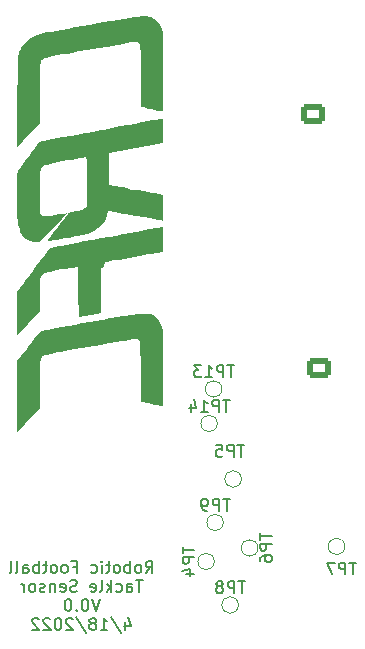
<source format=gbo>
%TF.GenerationSoftware,KiCad,Pcbnew,(6.0.1-0)*%
%TF.CreationDate,2022-10-07T23:17:41-05:00*%
%TF.ProjectId,tackle_sensor_hardware,7461636b-6c65-45f7-9365-6e736f725f68,rev?*%
%TF.SameCoordinates,Original*%
%TF.FileFunction,Legend,Bot*%
%TF.FilePolarity,Positive*%
%FSLAX46Y46*%
G04 Gerber Fmt 4.6, Leading zero omitted, Abs format (unit mm)*
G04 Created by KiCad (PCBNEW (6.0.1-0)) date 2022-10-07 23:17:41*
%MOMM*%
%LPD*%
G01*
G04 APERTURE LIST*
G04 Aperture macros list*
%AMRoundRect*
0 Rectangle with rounded corners*
0 $1 Rounding radius*
0 $2 $3 $4 $5 $6 $7 $8 $9 X,Y pos of 4 corners*
0 Add a 4 corners polygon primitive as box body*
4,1,4,$2,$3,$4,$5,$6,$7,$8,$9,$2,$3,0*
0 Add four circle primitives for the rounded corners*
1,1,$1+$1,$2,$3*
1,1,$1+$1,$4,$5*
1,1,$1+$1,$6,$7*
1,1,$1+$1,$8,$9*
0 Add four rect primitives between the rounded corners*
20,1,$1+$1,$2,$3,$4,$5,0*
20,1,$1+$1,$4,$5,$6,$7,0*
20,1,$1+$1,$6,$7,$8,$9,0*
20,1,$1+$1,$8,$9,$2,$3,0*%
G04 Aperture macros list end*
%ADD10C,0.150000*%
%ADD11C,0.300000*%
%ADD12C,0.120000*%
%ADD13RoundRect,0.250000X-0.725000X0.600000X-0.725000X-0.600000X0.725000X-0.600000X0.725000X0.600000X0*%
%ADD14O,1.950000X1.700000*%
%ADD15C,3.200000*%
%ADD16RoundRect,0.250000X0.750000X-0.600000X0.750000X0.600000X-0.750000X0.600000X-0.750000X-0.600000X0*%
%ADD17O,2.000000X1.700000*%
%ADD18C,1.000000*%
G04 APERTURE END LIST*
D10*
X147668571Y-120211380D02*
X148001904Y-119735190D01*
X148240000Y-120211380D02*
X148240000Y-119211380D01*
X147859047Y-119211380D01*
X147763809Y-119259000D01*
X147716190Y-119306619D01*
X147668571Y-119401857D01*
X147668571Y-119544714D01*
X147716190Y-119639952D01*
X147763809Y-119687571D01*
X147859047Y-119735190D01*
X148240000Y-119735190D01*
X147097142Y-120211380D02*
X147192380Y-120163761D01*
X147240000Y-120116142D01*
X147287619Y-120020904D01*
X147287619Y-119735190D01*
X147240000Y-119639952D01*
X147192380Y-119592333D01*
X147097142Y-119544714D01*
X146954285Y-119544714D01*
X146859047Y-119592333D01*
X146811428Y-119639952D01*
X146763809Y-119735190D01*
X146763809Y-120020904D01*
X146811428Y-120116142D01*
X146859047Y-120163761D01*
X146954285Y-120211380D01*
X147097142Y-120211380D01*
X146335238Y-120211380D02*
X146335238Y-119211380D01*
X146335238Y-119592333D02*
X146240000Y-119544714D01*
X146049523Y-119544714D01*
X145954285Y-119592333D01*
X145906666Y-119639952D01*
X145859047Y-119735190D01*
X145859047Y-120020904D01*
X145906666Y-120116142D01*
X145954285Y-120163761D01*
X146049523Y-120211380D01*
X146240000Y-120211380D01*
X146335238Y-120163761D01*
X145287619Y-120211380D02*
X145382857Y-120163761D01*
X145430476Y-120116142D01*
X145478095Y-120020904D01*
X145478095Y-119735190D01*
X145430476Y-119639952D01*
X145382857Y-119592333D01*
X145287619Y-119544714D01*
X145144761Y-119544714D01*
X145049523Y-119592333D01*
X145001904Y-119639952D01*
X144954285Y-119735190D01*
X144954285Y-120020904D01*
X145001904Y-120116142D01*
X145049523Y-120163761D01*
X145144761Y-120211380D01*
X145287619Y-120211380D01*
X144668571Y-119544714D02*
X144287619Y-119544714D01*
X144525714Y-119211380D02*
X144525714Y-120068523D01*
X144478095Y-120163761D01*
X144382857Y-120211380D01*
X144287619Y-120211380D01*
X143954285Y-120211380D02*
X143954285Y-119544714D01*
X143954285Y-119211380D02*
X144001904Y-119259000D01*
X143954285Y-119306619D01*
X143906666Y-119259000D01*
X143954285Y-119211380D01*
X143954285Y-119306619D01*
X143049523Y-120163761D02*
X143144761Y-120211380D01*
X143335238Y-120211380D01*
X143430476Y-120163761D01*
X143478095Y-120116142D01*
X143525714Y-120020904D01*
X143525714Y-119735190D01*
X143478095Y-119639952D01*
X143430476Y-119592333D01*
X143335238Y-119544714D01*
X143144761Y-119544714D01*
X143049523Y-119592333D01*
X141525714Y-119687571D02*
X141859047Y-119687571D01*
X141859047Y-120211380D02*
X141859047Y-119211380D01*
X141382857Y-119211380D01*
X140859047Y-120211380D02*
X140954285Y-120163761D01*
X141001904Y-120116142D01*
X141049523Y-120020904D01*
X141049523Y-119735190D01*
X141001904Y-119639952D01*
X140954285Y-119592333D01*
X140859047Y-119544714D01*
X140716190Y-119544714D01*
X140620952Y-119592333D01*
X140573333Y-119639952D01*
X140525714Y-119735190D01*
X140525714Y-120020904D01*
X140573333Y-120116142D01*
X140620952Y-120163761D01*
X140716190Y-120211380D01*
X140859047Y-120211380D01*
X139954285Y-120211380D02*
X140049523Y-120163761D01*
X140097142Y-120116142D01*
X140144761Y-120020904D01*
X140144761Y-119735190D01*
X140097142Y-119639952D01*
X140049523Y-119592333D01*
X139954285Y-119544714D01*
X139811428Y-119544714D01*
X139716190Y-119592333D01*
X139668571Y-119639952D01*
X139620952Y-119735190D01*
X139620952Y-120020904D01*
X139668571Y-120116142D01*
X139716190Y-120163761D01*
X139811428Y-120211380D01*
X139954285Y-120211380D01*
X139335238Y-119544714D02*
X138954285Y-119544714D01*
X139192380Y-119211380D02*
X139192380Y-120068523D01*
X139144761Y-120163761D01*
X139049523Y-120211380D01*
X138954285Y-120211380D01*
X138620952Y-120211380D02*
X138620952Y-119211380D01*
X138620952Y-119592333D02*
X138525714Y-119544714D01*
X138335238Y-119544714D01*
X138240000Y-119592333D01*
X138192380Y-119639952D01*
X138144761Y-119735190D01*
X138144761Y-120020904D01*
X138192380Y-120116142D01*
X138240000Y-120163761D01*
X138335238Y-120211380D01*
X138525714Y-120211380D01*
X138620952Y-120163761D01*
X137287619Y-120211380D02*
X137287619Y-119687571D01*
X137335238Y-119592333D01*
X137430476Y-119544714D01*
X137620952Y-119544714D01*
X137716190Y-119592333D01*
X137287619Y-120163761D02*
X137382857Y-120211380D01*
X137620952Y-120211380D01*
X137716190Y-120163761D01*
X137763809Y-120068523D01*
X137763809Y-119973285D01*
X137716190Y-119878047D01*
X137620952Y-119830428D01*
X137382857Y-119830428D01*
X137287619Y-119782809D01*
X136668571Y-120211380D02*
X136763809Y-120163761D01*
X136811428Y-120068523D01*
X136811428Y-119211380D01*
X136144761Y-120211380D02*
X136240000Y-120163761D01*
X136287619Y-120068523D01*
X136287619Y-119211380D01*
X147406666Y-120821380D02*
X146835238Y-120821380D01*
X147120952Y-121821380D02*
X147120952Y-120821380D01*
X146073333Y-121821380D02*
X146073333Y-121297571D01*
X146120952Y-121202333D01*
X146216190Y-121154714D01*
X146406666Y-121154714D01*
X146501904Y-121202333D01*
X146073333Y-121773761D02*
X146168571Y-121821380D01*
X146406666Y-121821380D01*
X146501904Y-121773761D01*
X146549523Y-121678523D01*
X146549523Y-121583285D01*
X146501904Y-121488047D01*
X146406666Y-121440428D01*
X146168571Y-121440428D01*
X146073333Y-121392809D01*
X145168571Y-121773761D02*
X145263809Y-121821380D01*
X145454285Y-121821380D01*
X145549523Y-121773761D01*
X145597142Y-121726142D01*
X145644761Y-121630904D01*
X145644761Y-121345190D01*
X145597142Y-121249952D01*
X145549523Y-121202333D01*
X145454285Y-121154714D01*
X145263809Y-121154714D01*
X145168571Y-121202333D01*
X144740000Y-121821380D02*
X144740000Y-120821380D01*
X144644761Y-121440428D02*
X144359047Y-121821380D01*
X144359047Y-121154714D02*
X144740000Y-121535666D01*
X143787619Y-121821380D02*
X143882857Y-121773761D01*
X143930476Y-121678523D01*
X143930476Y-120821380D01*
X143025714Y-121773761D02*
X143120952Y-121821380D01*
X143311428Y-121821380D01*
X143406666Y-121773761D01*
X143454285Y-121678523D01*
X143454285Y-121297571D01*
X143406666Y-121202333D01*
X143311428Y-121154714D01*
X143120952Y-121154714D01*
X143025714Y-121202333D01*
X142978095Y-121297571D01*
X142978095Y-121392809D01*
X143454285Y-121488047D01*
X141835238Y-121773761D02*
X141692380Y-121821380D01*
X141454285Y-121821380D01*
X141359047Y-121773761D01*
X141311428Y-121726142D01*
X141263809Y-121630904D01*
X141263809Y-121535666D01*
X141311428Y-121440428D01*
X141359047Y-121392809D01*
X141454285Y-121345190D01*
X141644761Y-121297571D01*
X141740000Y-121249952D01*
X141787619Y-121202333D01*
X141835238Y-121107095D01*
X141835238Y-121011857D01*
X141787619Y-120916619D01*
X141740000Y-120869000D01*
X141644761Y-120821380D01*
X141406666Y-120821380D01*
X141263809Y-120869000D01*
X140454285Y-121773761D02*
X140549523Y-121821380D01*
X140740000Y-121821380D01*
X140835238Y-121773761D01*
X140882857Y-121678523D01*
X140882857Y-121297571D01*
X140835238Y-121202333D01*
X140740000Y-121154714D01*
X140549523Y-121154714D01*
X140454285Y-121202333D01*
X140406666Y-121297571D01*
X140406666Y-121392809D01*
X140882857Y-121488047D01*
X139978095Y-121154714D02*
X139978095Y-121821380D01*
X139978095Y-121249952D02*
X139930476Y-121202333D01*
X139835238Y-121154714D01*
X139692380Y-121154714D01*
X139597142Y-121202333D01*
X139549523Y-121297571D01*
X139549523Y-121821380D01*
X139120952Y-121773761D02*
X139025714Y-121821380D01*
X138835238Y-121821380D01*
X138740000Y-121773761D01*
X138692380Y-121678523D01*
X138692380Y-121630904D01*
X138740000Y-121535666D01*
X138835238Y-121488047D01*
X138978095Y-121488047D01*
X139073333Y-121440428D01*
X139120952Y-121345190D01*
X139120952Y-121297571D01*
X139073333Y-121202333D01*
X138978095Y-121154714D01*
X138835238Y-121154714D01*
X138740000Y-121202333D01*
X138120952Y-121821380D02*
X138216190Y-121773761D01*
X138263809Y-121726142D01*
X138311428Y-121630904D01*
X138311428Y-121345190D01*
X138263809Y-121249952D01*
X138216190Y-121202333D01*
X138120952Y-121154714D01*
X137978095Y-121154714D01*
X137882857Y-121202333D01*
X137835238Y-121249952D01*
X137787619Y-121345190D01*
X137787619Y-121630904D01*
X137835238Y-121726142D01*
X137882857Y-121773761D01*
X137978095Y-121821380D01*
X138120952Y-121821380D01*
X137359047Y-121821380D02*
X137359047Y-121154714D01*
X137359047Y-121345190D02*
X137311428Y-121249952D01*
X137263809Y-121202333D01*
X137168571Y-121154714D01*
X137073333Y-121154714D01*
X143763809Y-122431380D02*
X143430476Y-123431380D01*
X143097142Y-122431380D01*
X142573333Y-122431380D02*
X142478095Y-122431380D01*
X142382857Y-122479000D01*
X142335238Y-122526619D01*
X142287619Y-122621857D01*
X142240000Y-122812333D01*
X142240000Y-123050428D01*
X142287619Y-123240904D01*
X142335238Y-123336142D01*
X142382857Y-123383761D01*
X142478095Y-123431380D01*
X142573333Y-123431380D01*
X142668571Y-123383761D01*
X142716190Y-123336142D01*
X142763809Y-123240904D01*
X142811428Y-123050428D01*
X142811428Y-122812333D01*
X142763809Y-122621857D01*
X142716190Y-122526619D01*
X142668571Y-122479000D01*
X142573333Y-122431380D01*
X141811428Y-123336142D02*
X141763809Y-123383761D01*
X141811428Y-123431380D01*
X141859047Y-123383761D01*
X141811428Y-123336142D01*
X141811428Y-123431380D01*
X141144761Y-122431380D02*
X141049523Y-122431380D01*
X140954285Y-122479000D01*
X140906666Y-122526619D01*
X140859047Y-122621857D01*
X140811428Y-122812333D01*
X140811428Y-123050428D01*
X140859047Y-123240904D01*
X140906666Y-123336142D01*
X140954285Y-123383761D01*
X141049523Y-123431380D01*
X141144761Y-123431380D01*
X141240000Y-123383761D01*
X141287619Y-123336142D01*
X141335238Y-123240904D01*
X141382857Y-123050428D01*
X141382857Y-122812333D01*
X141335238Y-122621857D01*
X141287619Y-122526619D01*
X141240000Y-122479000D01*
X141144761Y-122431380D01*
X145954285Y-124374714D02*
X145954285Y-125041380D01*
X146192380Y-123993761D02*
X146430476Y-124708047D01*
X145811428Y-124708047D01*
X144716190Y-123993761D02*
X145573333Y-125279476D01*
X143859047Y-125041380D02*
X144430476Y-125041380D01*
X144144761Y-125041380D02*
X144144761Y-124041380D01*
X144240000Y-124184238D01*
X144335238Y-124279476D01*
X144430476Y-124327095D01*
X143287619Y-124469952D02*
X143382857Y-124422333D01*
X143430476Y-124374714D01*
X143478095Y-124279476D01*
X143478095Y-124231857D01*
X143430476Y-124136619D01*
X143382857Y-124089000D01*
X143287619Y-124041380D01*
X143097142Y-124041380D01*
X143001904Y-124089000D01*
X142954285Y-124136619D01*
X142906666Y-124231857D01*
X142906666Y-124279476D01*
X142954285Y-124374714D01*
X143001904Y-124422333D01*
X143097142Y-124469952D01*
X143287619Y-124469952D01*
X143382857Y-124517571D01*
X143430476Y-124565190D01*
X143478095Y-124660428D01*
X143478095Y-124850904D01*
X143430476Y-124946142D01*
X143382857Y-124993761D01*
X143287619Y-125041380D01*
X143097142Y-125041380D01*
X143001904Y-124993761D01*
X142954285Y-124946142D01*
X142906666Y-124850904D01*
X142906666Y-124660428D01*
X142954285Y-124565190D01*
X143001904Y-124517571D01*
X143097142Y-124469952D01*
X141763809Y-123993761D02*
X142620952Y-125279476D01*
X141478095Y-124136619D02*
X141430476Y-124089000D01*
X141335238Y-124041380D01*
X141097142Y-124041380D01*
X141001904Y-124089000D01*
X140954285Y-124136619D01*
X140906666Y-124231857D01*
X140906666Y-124327095D01*
X140954285Y-124469952D01*
X141525714Y-125041380D01*
X140906666Y-125041380D01*
X140287619Y-124041380D02*
X140192380Y-124041380D01*
X140097142Y-124089000D01*
X140049523Y-124136619D01*
X140001904Y-124231857D01*
X139954285Y-124422333D01*
X139954285Y-124660428D01*
X140001904Y-124850904D01*
X140049523Y-124946142D01*
X140097142Y-124993761D01*
X140192380Y-125041380D01*
X140287619Y-125041380D01*
X140382857Y-124993761D01*
X140430476Y-124946142D01*
X140478095Y-124850904D01*
X140525714Y-124660428D01*
X140525714Y-124422333D01*
X140478095Y-124231857D01*
X140430476Y-124136619D01*
X140382857Y-124089000D01*
X140287619Y-124041380D01*
X139573333Y-124136619D02*
X139525714Y-124089000D01*
X139430476Y-124041380D01*
X139192380Y-124041380D01*
X139097142Y-124089000D01*
X139049523Y-124136619D01*
X139001904Y-124231857D01*
X139001904Y-124327095D01*
X139049523Y-124469952D01*
X139620952Y-125041380D01*
X139001904Y-125041380D01*
X138620952Y-124136619D02*
X138573333Y-124089000D01*
X138478095Y-124041380D01*
X138240000Y-124041380D01*
X138144761Y-124089000D01*
X138097142Y-124136619D01*
X138049523Y-124231857D01*
X138049523Y-124327095D01*
X138097142Y-124469952D01*
X138668571Y-125041380D01*
X138049523Y-125041380D01*
D11*
%TO.C,G\u002A\u002A\u002A*%
X142621000Y-94161428D02*
X142548428Y-94016285D01*
X142548428Y-93798571D01*
X142621000Y-93580857D01*
X142766142Y-93435714D01*
X142911285Y-93363142D01*
X143201571Y-93290571D01*
X143419285Y-93290571D01*
X143709571Y-93363142D01*
X143854714Y-93435714D01*
X143999857Y-93580857D01*
X144072428Y-93798571D01*
X144072428Y-93943714D01*
X143999857Y-94161428D01*
X143927285Y-94234000D01*
X143419285Y-94234000D01*
X143419285Y-93943714D01*
X142548428Y-95104857D02*
X142911285Y-95104857D01*
X142766142Y-94742000D02*
X142911285Y-95104857D01*
X142766142Y-95467714D01*
X143201571Y-94887142D02*
X142911285Y-95104857D01*
X143201571Y-95322571D01*
X142548428Y-96266000D02*
X142911285Y-96266000D01*
X142766142Y-95903142D02*
X142911285Y-96266000D01*
X142766142Y-96628857D01*
X143201571Y-96048285D02*
X142911285Y-96266000D01*
X143201571Y-96483714D01*
X142548428Y-97427142D02*
X142911285Y-97427142D01*
X142766142Y-97064285D02*
X142911285Y-97427142D01*
X142766142Y-97790000D01*
X143201571Y-97209428D02*
X142911285Y-97427142D01*
X143201571Y-97644857D01*
D10*
%TO.C,TP7*%
X165472904Y-119340380D02*
X164901476Y-119340380D01*
X165187190Y-120340380D02*
X165187190Y-119340380D01*
X164568142Y-120340380D02*
X164568142Y-119340380D01*
X164187190Y-119340380D01*
X164091952Y-119388000D01*
X164044333Y-119435619D01*
X163996714Y-119530857D01*
X163996714Y-119673714D01*
X164044333Y-119768952D01*
X164091952Y-119816571D01*
X164187190Y-119864190D01*
X164568142Y-119864190D01*
X163663380Y-119340380D02*
X162996714Y-119340380D01*
X163425285Y-120340380D01*
D11*
%TO.C,G\u002A\u002A\u002A*%
X142621000Y-94161428D02*
X142548428Y-94016285D01*
X142548428Y-93798571D01*
X142621000Y-93580857D01*
X142766142Y-93435714D01*
X142911285Y-93363142D01*
X143201571Y-93290571D01*
X143419285Y-93290571D01*
X143709571Y-93363142D01*
X143854714Y-93435714D01*
X143999857Y-93580857D01*
X144072428Y-93798571D01*
X144072428Y-93943714D01*
X143999857Y-94161428D01*
X143927285Y-94234000D01*
X143419285Y-94234000D01*
X143419285Y-93943714D01*
X142548428Y-95104857D02*
X142911285Y-95104857D01*
X142766142Y-94742000D02*
X142911285Y-95104857D01*
X142766142Y-95467714D01*
X143201571Y-94887142D02*
X142911285Y-95104857D01*
X143201571Y-95322571D01*
X142548428Y-96266000D02*
X142911285Y-96266000D01*
X142766142Y-95903142D02*
X142911285Y-96266000D01*
X142766142Y-96628857D01*
X143201571Y-96048285D02*
X142911285Y-96266000D01*
X143201571Y-96483714D01*
X142548428Y-97427142D02*
X142911285Y-97427142D01*
X142766142Y-97064285D02*
X142911285Y-97427142D01*
X142766142Y-97790000D01*
X143201571Y-97209428D02*
X142911285Y-97427142D01*
X143201571Y-97644857D01*
D10*
%TO.C,TP5*%
X156007404Y-109378380D02*
X155435976Y-109378380D01*
X155721690Y-110378380D02*
X155721690Y-109378380D01*
X155102642Y-110378380D02*
X155102642Y-109378380D01*
X154721690Y-109378380D01*
X154626452Y-109426000D01*
X154578833Y-109473619D01*
X154531214Y-109568857D01*
X154531214Y-109711714D01*
X154578833Y-109806952D01*
X154626452Y-109854571D01*
X154721690Y-109902190D01*
X155102642Y-109902190D01*
X153626452Y-109378380D02*
X154102642Y-109378380D01*
X154150261Y-109854571D01*
X154102642Y-109806952D01*
X154007404Y-109759333D01*
X153769309Y-109759333D01*
X153674071Y-109806952D01*
X153626452Y-109854571D01*
X153578833Y-109949809D01*
X153578833Y-110187904D01*
X153626452Y-110283142D01*
X153674071Y-110330761D01*
X153769309Y-110378380D01*
X154007404Y-110378380D01*
X154102642Y-110330761D01*
X154150261Y-110283142D01*
%TO.C,TP13*%
X155154095Y-102652380D02*
X154582666Y-102652380D01*
X154868380Y-103652380D02*
X154868380Y-102652380D01*
X154249333Y-103652380D02*
X154249333Y-102652380D01*
X153868380Y-102652380D01*
X153773142Y-102700000D01*
X153725523Y-102747619D01*
X153677904Y-102842857D01*
X153677904Y-102985714D01*
X153725523Y-103080952D01*
X153773142Y-103128571D01*
X153868380Y-103176190D01*
X154249333Y-103176190D01*
X152725523Y-103652380D02*
X153296952Y-103652380D01*
X153011238Y-103652380D02*
X153011238Y-102652380D01*
X153106476Y-102795238D01*
X153201714Y-102890476D01*
X153296952Y-102938095D01*
X152392190Y-102652380D02*
X151773142Y-102652380D01*
X152106476Y-103033333D01*
X151963619Y-103033333D01*
X151868380Y-103080952D01*
X151820761Y-103128571D01*
X151773142Y-103223809D01*
X151773142Y-103461904D01*
X151820761Y-103557142D01*
X151868380Y-103604761D01*
X151963619Y-103652380D01*
X152249333Y-103652380D01*
X152344571Y-103604761D01*
X152392190Y-103557142D01*
%TO.C,TP8*%
X156074904Y-120940380D02*
X155503476Y-120940380D01*
X155789190Y-121940380D02*
X155789190Y-120940380D01*
X155170142Y-121940380D02*
X155170142Y-120940380D01*
X154789190Y-120940380D01*
X154693952Y-120988000D01*
X154646333Y-121035619D01*
X154598714Y-121130857D01*
X154598714Y-121273714D01*
X154646333Y-121368952D01*
X154693952Y-121416571D01*
X154789190Y-121464190D01*
X155170142Y-121464190D01*
X154027285Y-121368952D02*
X154122523Y-121321333D01*
X154170142Y-121273714D01*
X154217761Y-121178476D01*
X154217761Y-121130857D01*
X154170142Y-121035619D01*
X154122523Y-120988000D01*
X154027285Y-120940380D01*
X153836809Y-120940380D01*
X153741571Y-120988000D01*
X153693952Y-121035619D01*
X153646333Y-121130857D01*
X153646333Y-121178476D01*
X153693952Y-121273714D01*
X153741571Y-121321333D01*
X153836809Y-121368952D01*
X154027285Y-121368952D01*
X154122523Y-121416571D01*
X154170142Y-121464190D01*
X154217761Y-121559428D01*
X154217761Y-121749904D01*
X154170142Y-121845142D01*
X154122523Y-121892761D01*
X154027285Y-121940380D01*
X153836809Y-121940380D01*
X153741571Y-121892761D01*
X153693952Y-121845142D01*
X153646333Y-121749904D01*
X153646333Y-121559428D01*
X153693952Y-121464190D01*
X153741571Y-121416571D01*
X153836809Y-121368952D01*
%TO.C,TP6*%
X157364380Y-116848095D02*
X157364380Y-117419523D01*
X158364380Y-117133809D02*
X157364380Y-117133809D01*
X158364380Y-117752857D02*
X157364380Y-117752857D01*
X157364380Y-118133809D01*
X157412000Y-118229047D01*
X157459619Y-118276666D01*
X157554857Y-118324285D01*
X157697714Y-118324285D01*
X157792952Y-118276666D01*
X157840571Y-118229047D01*
X157888190Y-118133809D01*
X157888190Y-117752857D01*
X157364380Y-119181428D02*
X157364380Y-118990952D01*
X157412000Y-118895714D01*
X157459619Y-118848095D01*
X157602476Y-118752857D01*
X157792952Y-118705238D01*
X158173904Y-118705238D01*
X158269142Y-118752857D01*
X158316761Y-118800476D01*
X158364380Y-118895714D01*
X158364380Y-119086190D01*
X158316761Y-119181428D01*
X158269142Y-119229047D01*
X158173904Y-119276666D01*
X157935809Y-119276666D01*
X157840571Y-119229047D01*
X157792952Y-119181428D01*
X157745333Y-119086190D01*
X157745333Y-118895714D01*
X157792952Y-118800476D01*
X157840571Y-118752857D01*
X157935809Y-118705238D01*
%TO.C,TP14*%
X154773095Y-105573380D02*
X154201666Y-105573380D01*
X154487380Y-106573380D02*
X154487380Y-105573380D01*
X153868333Y-106573380D02*
X153868333Y-105573380D01*
X153487380Y-105573380D01*
X153392142Y-105621000D01*
X153344523Y-105668619D01*
X153296904Y-105763857D01*
X153296904Y-105906714D01*
X153344523Y-106001952D01*
X153392142Y-106049571D01*
X153487380Y-106097190D01*
X153868333Y-106097190D01*
X152344523Y-106573380D02*
X152915952Y-106573380D01*
X152630238Y-106573380D02*
X152630238Y-105573380D01*
X152725476Y-105716238D01*
X152820714Y-105811476D01*
X152915952Y-105859095D01*
X151487380Y-105906714D02*
X151487380Y-106573380D01*
X151725476Y-105525761D02*
X151963571Y-106240047D01*
X151344523Y-106240047D01*
%TO.C,TP4*%
X150785380Y-117991095D02*
X150785380Y-118562523D01*
X151785380Y-118276809D02*
X150785380Y-118276809D01*
X151785380Y-118895857D02*
X150785380Y-118895857D01*
X150785380Y-119276809D01*
X150833000Y-119372047D01*
X150880619Y-119419666D01*
X150975857Y-119467285D01*
X151118714Y-119467285D01*
X151213952Y-119419666D01*
X151261571Y-119372047D01*
X151309190Y-119276809D01*
X151309190Y-118895857D01*
X151118714Y-120324428D02*
X151785380Y-120324428D01*
X150737761Y-120086333D02*
X151452047Y-119848238D01*
X151452047Y-120467285D01*
%TO.C,TP9*%
X154804904Y-113955380D02*
X154233476Y-113955380D01*
X154519190Y-114955380D02*
X154519190Y-113955380D01*
X153900142Y-114955380D02*
X153900142Y-113955380D01*
X153519190Y-113955380D01*
X153423952Y-114003000D01*
X153376333Y-114050619D01*
X153328714Y-114145857D01*
X153328714Y-114288714D01*
X153376333Y-114383952D01*
X153423952Y-114431571D01*
X153519190Y-114479190D01*
X153900142Y-114479190D01*
X152852523Y-114955380D02*
X152662047Y-114955380D01*
X152566809Y-114907761D01*
X152519190Y-114860142D01*
X152423952Y-114717285D01*
X152376333Y-114526809D01*
X152376333Y-114145857D01*
X152423952Y-114050619D01*
X152471571Y-114003000D01*
X152566809Y-113955380D01*
X152757285Y-113955380D01*
X152852523Y-114003000D01*
X152900142Y-114050619D01*
X152947761Y-114145857D01*
X152947761Y-114383952D01*
X152900142Y-114479190D01*
X152852523Y-114526809D01*
X152757285Y-114574428D01*
X152566809Y-114574428D01*
X152471571Y-114526809D01*
X152423952Y-114479190D01*
X152376333Y-114383952D01*
%TO.C,G\u002A\u002A\u002A*%
G36*
X147747503Y-73101221D02*
G01*
X147910265Y-73119013D01*
X148049038Y-73149762D01*
X148171037Y-73192939D01*
X148283473Y-73248017D01*
X148393560Y-73314470D01*
X148508510Y-73391771D01*
X148522659Y-73401671D01*
X148777302Y-73645975D01*
X148968063Y-73972856D01*
X149096721Y-74385317D01*
X149104659Y-74432019D01*
X149118785Y-74576682D01*
X149130870Y-74794724D01*
X149141011Y-75090973D01*
X149149302Y-75470254D01*
X149155836Y-75937395D01*
X149160710Y-76497220D01*
X149164017Y-77154557D01*
X149165851Y-77914232D01*
X149166457Y-78450166D01*
X149166594Y-79046188D01*
X149165847Y-79548796D01*
X149164031Y-79965713D01*
X149160962Y-80304661D01*
X149156456Y-80573362D01*
X149150330Y-80779538D01*
X149142399Y-80930911D01*
X149132479Y-81035204D01*
X149120386Y-81100138D01*
X149105938Y-81133435D01*
X149088948Y-81142819D01*
X149046402Y-81137172D01*
X148914567Y-81112173D01*
X148717934Y-81071511D01*
X148477708Y-81019914D01*
X148215096Y-80962115D01*
X147951304Y-80902843D01*
X147707539Y-80846830D01*
X147505007Y-80798805D01*
X147364916Y-80763499D01*
X147308470Y-80745644D01*
X147305053Y-80691353D01*
X147300668Y-80540336D01*
X147295507Y-80303097D01*
X147289753Y-79990131D01*
X147283586Y-79611935D01*
X147277187Y-79179002D01*
X147270737Y-78701828D01*
X147264417Y-78190907D01*
X147258148Y-77695877D01*
X147251127Y-77209309D01*
X147243828Y-76763510D01*
X147236472Y-76369547D01*
X147229282Y-76038486D01*
X147222482Y-75781394D01*
X147216293Y-75609336D01*
X147210939Y-75533380D01*
X147162875Y-75408379D01*
X147028649Y-75289388D01*
X146825480Y-75248304D01*
X146784724Y-75251338D01*
X146637083Y-75270561D01*
X146402790Y-75305806D01*
X146093826Y-75355113D01*
X145722176Y-75416517D01*
X145299821Y-75488055D01*
X144838746Y-75567765D01*
X144350932Y-75653683D01*
X144312795Y-75660461D01*
X143755469Y-75759510D01*
X143170028Y-75863543D01*
X142578744Y-75968603D01*
X142003888Y-76070735D01*
X141467733Y-76165979D01*
X140992553Y-76250380D01*
X140600619Y-76319980D01*
X140195203Y-76392758D01*
X139810227Y-76465082D01*
X139508885Y-76527547D01*
X139279240Y-76584069D01*
X139109358Y-76638567D01*
X138987303Y-76694956D01*
X138901140Y-76757155D01*
X138838933Y-76829081D01*
X138788748Y-76914651D01*
X138782185Y-76931382D01*
X138766784Y-77011784D01*
X138753975Y-77150408D01*
X138743582Y-77354246D01*
X138735433Y-77630290D01*
X138729351Y-77985532D01*
X138725162Y-78426963D01*
X138722692Y-78961575D01*
X138721765Y-79596359D01*
X138720975Y-82149267D01*
X138037747Y-82865159D01*
X137857220Y-83055143D01*
X137615797Y-83311537D01*
X137391861Y-83551810D01*
X137204359Y-83755600D01*
X137072243Y-83902546D01*
X136789967Y-84224042D01*
X136806098Y-80392608D01*
X136807819Y-79979215D01*
X136810820Y-79280881D01*
X136813998Y-78677278D01*
X136817914Y-78160287D01*
X136823130Y-77721792D01*
X136830209Y-77353675D01*
X136839714Y-77047819D01*
X136852205Y-76796107D01*
X136868246Y-76590422D01*
X136888399Y-76422645D01*
X136913225Y-76284661D01*
X136943288Y-76168350D01*
X136979150Y-76065597D01*
X137021372Y-75968284D01*
X137070517Y-75868294D01*
X137127147Y-75757509D01*
X137307296Y-75487008D01*
X137585336Y-75203040D01*
X137927392Y-74945460D01*
X138311075Y-74730939D01*
X138713996Y-74576143D01*
X138715473Y-74575716D01*
X138811085Y-74554112D01*
X139003147Y-74515703D01*
X139282846Y-74462108D01*
X139641370Y-74394944D01*
X140069905Y-74315829D01*
X140559639Y-74226382D01*
X141101759Y-74128221D01*
X141687452Y-74022962D01*
X142307907Y-73912226D01*
X142954308Y-73797628D01*
X143213720Y-73751807D01*
X144013068Y-73611055D01*
X144716299Y-73488530D01*
X145330628Y-73383703D01*
X145863265Y-73296048D01*
X146321424Y-73225039D01*
X146712319Y-73170147D01*
X147043161Y-73130847D01*
X147321164Y-73106610D01*
X147553540Y-73096911D01*
X147747503Y-73101221D01*
G37*
G36*
X149170342Y-93017431D02*
G01*
X148513908Y-93136178D01*
X148473854Y-93143418D01*
X148212612Y-93190457D01*
X147890484Y-93248222D01*
X147520271Y-93314437D01*
X147114770Y-93386829D01*
X146686781Y-93463121D01*
X146249104Y-93541041D01*
X145814537Y-93618312D01*
X145395879Y-93692660D01*
X145005929Y-93761812D01*
X144657488Y-93823491D01*
X144363353Y-93875423D01*
X144136323Y-93915333D01*
X143989199Y-93940948D01*
X143934779Y-93949992D01*
X143933594Y-93955886D01*
X143930195Y-94040805D01*
X143927086Y-94217739D01*
X143924353Y-94475320D01*
X143922079Y-94802184D01*
X143920350Y-95186962D01*
X143919251Y-95618289D01*
X143918865Y-96084799D01*
X143918865Y-98219607D01*
X143074878Y-98366811D01*
X142902971Y-98396935D01*
X142620720Y-98447031D01*
X142380501Y-98490452D01*
X142203508Y-98523351D01*
X142110934Y-98541877D01*
X141990977Y-98569741D01*
X141976968Y-96429485D01*
X141962958Y-94289228D01*
X140784055Y-94488127D01*
X140525008Y-94532126D01*
X140111170Y-94604408D01*
X139783952Y-94665237D01*
X139530705Y-94717541D01*
X139338777Y-94764249D01*
X139195518Y-94808290D01*
X139088280Y-94852591D01*
X139004410Y-94900081D01*
X138938588Y-94946443D01*
X138870848Y-95010333D01*
X138818775Y-95091820D01*
X138780310Y-95203701D01*
X138753392Y-95358771D01*
X138735962Y-95569825D01*
X138725960Y-95849658D01*
X138721327Y-96211067D01*
X138720002Y-96666845D01*
X138719028Y-98049359D01*
X138391725Y-98397671D01*
X138328769Y-98464579D01*
X138120484Y-98685157D01*
X137891574Y-98926725D01*
X137681247Y-99147882D01*
X137597429Y-99236445D01*
X137393652Y-99455981D01*
X137199000Y-99670663D01*
X137046274Y-99844506D01*
X136794475Y-100139232D01*
X136793509Y-96441764D01*
X137383467Y-95637966D01*
X137574128Y-95378095D01*
X137837935Y-95018311D01*
X138121696Y-94631132D01*
X138401971Y-94248539D01*
X138655322Y-93902516D01*
X138716721Y-93818770D01*
X138924017Y-93538050D01*
X139114691Y-93282791D01*
X139277164Y-93068315D01*
X139399855Y-92909943D01*
X139471186Y-92822995D01*
X139491568Y-92801744D01*
X139525496Y-92773651D01*
X139572280Y-92746437D01*
X139639635Y-92718425D01*
X139735276Y-92687942D01*
X139866918Y-92653310D01*
X140042275Y-92612856D01*
X140269063Y-92564903D01*
X140554996Y-92507777D01*
X140907789Y-92439802D01*
X141335157Y-92359303D01*
X141844815Y-92264605D01*
X142444478Y-92154032D01*
X143141861Y-92025910D01*
X143229797Y-92009767D01*
X143874696Y-91891314D01*
X144519495Y-91772775D01*
X145151029Y-91656576D01*
X145756133Y-91545142D01*
X146321643Y-91440902D01*
X146834395Y-91346281D01*
X147281225Y-91263705D01*
X147648966Y-91195601D01*
X147924456Y-91144396D01*
X149170342Y-90912098D01*
X149170342Y-93017431D01*
G37*
G36*
X143918273Y-82720661D02*
G01*
X144137190Y-82679613D01*
X144849182Y-82546006D01*
X145530510Y-82417999D01*
X146173705Y-82297003D01*
X146771299Y-82184428D01*
X147315825Y-82081686D01*
X147799814Y-81990190D01*
X148215799Y-81911349D01*
X148556312Y-81846575D01*
X148813883Y-81797280D01*
X148981047Y-81764875D01*
X149050333Y-81750772D01*
X149172649Y-81720073D01*
X149143549Y-83845911D01*
X146852726Y-84246359D01*
X144561903Y-84646806D01*
X144561961Y-87385646D01*
X146156130Y-87674059D01*
X146183833Y-87679071D01*
X146627996Y-87759637D01*
X147075196Y-87841086D01*
X147503732Y-87919444D01*
X147891900Y-87990734D01*
X148217997Y-88050979D01*
X148460321Y-88096205D01*
X149170342Y-88229938D01*
X149170342Y-89325222D01*
X149170313Y-89431444D01*
X149169353Y-89774643D01*
X149166177Y-90027298D01*
X149159628Y-90202590D01*
X149148550Y-90313703D01*
X149131784Y-90373818D01*
X149108175Y-90396117D01*
X149076566Y-90393782D01*
X149030080Y-90382321D01*
X148896048Y-90354196D01*
X148682960Y-90312815D01*
X148386385Y-90257362D01*
X148001897Y-90187022D01*
X147525067Y-90100980D01*
X146951468Y-89998423D01*
X146276671Y-89878534D01*
X146200801Y-89865082D01*
X145807295Y-89795166D01*
X145445433Y-89730630D01*
X145129993Y-89674128D01*
X144875754Y-89628314D01*
X144697496Y-89595839D01*
X144609997Y-89579357D01*
X144537606Y-89570008D01*
X144484930Y-89594426D01*
X144448599Y-89678484D01*
X144411429Y-89845186D01*
X144368306Y-90025264D01*
X144210122Y-90426268D01*
X143974422Y-90769890D01*
X143656804Y-91059653D01*
X143252866Y-91299083D01*
X142758208Y-91491702D01*
X142168427Y-91641035D01*
X141996990Y-91674341D01*
X141753619Y-91719709D01*
X141460375Y-91773144D01*
X141134516Y-91831622D01*
X140793300Y-91892116D01*
X140453985Y-91951604D01*
X140133828Y-92007058D01*
X139850087Y-92055455D01*
X139620020Y-92093769D01*
X139460884Y-92118976D01*
X139389937Y-92128051D01*
X139379566Y-92121686D01*
X139388535Y-92086361D01*
X139430905Y-92011841D01*
X139512927Y-91888871D01*
X139640851Y-91708195D01*
X139820927Y-91460557D01*
X140059407Y-91136700D01*
X140209000Y-90934139D01*
X140453849Y-90601224D01*
X140637289Y-90348391D01*
X140761069Y-90171769D01*
X140826935Y-90067489D01*
X140836631Y-90031683D01*
X140791906Y-90060480D01*
X140694505Y-90150011D01*
X140546175Y-90296407D01*
X140348662Y-90495798D01*
X140272040Y-90573550D01*
X139993193Y-90857339D01*
X139697180Y-91159641D01*
X139414861Y-91448905D01*
X139177100Y-91693576D01*
X138641875Y-92246180D01*
X138325353Y-92210370D01*
X138157986Y-92185808D01*
X137740942Y-92065714D01*
X137395072Y-91871210D01*
X137318026Y-91800771D01*
X137167938Y-91599809D01*
X137028908Y-91339098D01*
X136916197Y-91049430D01*
X136845069Y-90761595D01*
X136842926Y-90746741D01*
X136831348Y-90603916D01*
X136820754Y-90370231D01*
X136811438Y-90059528D01*
X136803697Y-89685651D01*
X136797828Y-89262443D01*
X136794127Y-88803748D01*
X136792890Y-88323409D01*
X136792983Y-88036656D01*
X136793047Y-87983022D01*
X138720975Y-87983022D01*
X138721088Y-88356754D01*
X138721911Y-88778238D01*
X138724066Y-89111984D01*
X138728169Y-89369177D01*
X138734835Y-89560999D01*
X138744680Y-89698636D01*
X138758318Y-89793271D01*
X138776365Y-89856088D01*
X138799437Y-89898271D01*
X138828148Y-89931004D01*
X138931661Y-89999717D01*
X139139701Y-90038177D01*
X139231383Y-90031168D01*
X139419161Y-90007204D01*
X139677489Y-89969147D01*
X139988723Y-89920055D01*
X140335217Y-89862983D01*
X140699327Y-89800987D01*
X141063408Y-89737124D01*
X141409813Y-89674449D01*
X141720899Y-89616019D01*
X141979020Y-89564889D01*
X142166531Y-89524116D01*
X142265788Y-89496755D01*
X142400689Y-89419119D01*
X142533720Y-89306197D01*
X142659583Y-89172285D01*
X142675338Y-87086666D01*
X142676647Y-86897418D01*
X142678796Y-86321645D01*
X142677421Y-85848581D01*
X142672537Y-85479108D01*
X142664161Y-85214106D01*
X142652309Y-85054458D01*
X142636997Y-85001046D01*
X142622000Y-85001887D01*
X142507179Y-85017873D01*
X142308875Y-85051758D01*
X142042822Y-85100392D01*
X141724751Y-85160628D01*
X141370397Y-85229316D01*
X140995492Y-85303310D01*
X140615769Y-85379460D01*
X140246961Y-85454619D01*
X139904801Y-85525638D01*
X139605023Y-85589369D01*
X139363358Y-85642664D01*
X139195540Y-85682374D01*
X139117302Y-85705352D01*
X139096177Y-85716596D01*
X138962409Y-85821642D01*
X138843545Y-85960131D01*
X138840539Y-85964600D01*
X138808324Y-86015100D01*
X138782487Y-86068267D01*
X138762324Y-86135713D01*
X138747132Y-86229049D01*
X138736208Y-86359887D01*
X138728848Y-86539838D01*
X138724348Y-86780516D01*
X138722005Y-87093531D01*
X138721115Y-87490496D01*
X138720975Y-87983022D01*
X136793047Y-87983022D01*
X136793553Y-87555263D01*
X136795065Y-87165163D01*
X136798029Y-86855871D01*
X136802955Y-86616903D01*
X136810350Y-86437775D01*
X136820725Y-86308002D01*
X136834589Y-86217100D01*
X136852451Y-86154585D01*
X136874820Y-86109972D01*
X136902205Y-86072776D01*
X136970942Y-85985133D01*
X137093448Y-85825502D01*
X137256395Y-85611414D01*
X137447740Y-85358822D01*
X137655444Y-85083676D01*
X137867464Y-84801930D01*
X138071759Y-84529535D01*
X138256288Y-84282444D01*
X138409009Y-84076608D01*
X138448418Y-84024561D01*
X138585555Y-83861702D01*
X138707717Y-83741646D01*
X138792309Y-83687340D01*
X138802215Y-83685232D01*
X138900983Y-83665908D01*
X139095385Y-83628693D01*
X139377964Y-83574993D01*
X139741264Y-83506214D01*
X140177830Y-83423762D01*
X140680206Y-83329044D01*
X141240935Y-83223464D01*
X141852562Y-83108430D01*
X142507632Y-82985348D01*
X142636997Y-82961064D01*
X143198687Y-82855623D01*
X143918273Y-82720661D01*
G37*
G36*
X147512922Y-98270472D02*
G01*
X147759505Y-98277468D01*
X147942628Y-98297246D01*
X148094259Y-98334491D01*
X148246365Y-98393885D01*
X148556725Y-98586541D01*
X148812865Y-98864298D01*
X149001913Y-99213654D01*
X149115820Y-99623228D01*
X149121985Y-99692494D01*
X149129588Y-99868130D01*
X149136819Y-100132293D01*
X149143529Y-100474562D01*
X149149568Y-100884513D01*
X149154788Y-101351726D01*
X149159040Y-101865778D01*
X149162173Y-102416248D01*
X149164039Y-102992713D01*
X149165052Y-103571278D01*
X149165518Y-104144987D01*
X149165041Y-104626358D01*
X149163421Y-105023335D01*
X149160457Y-105343859D01*
X149155949Y-105595876D01*
X149149696Y-105787327D01*
X149141497Y-105926157D01*
X149131153Y-106020309D01*
X149118462Y-106077725D01*
X149103225Y-106106350D01*
X149085240Y-106114127D01*
X149045369Y-106109167D01*
X148915083Y-106084925D01*
X148719481Y-106044746D01*
X148479835Y-105993387D01*
X148217420Y-105935605D01*
X147953507Y-105876156D01*
X147709370Y-105819796D01*
X147506280Y-105771282D01*
X147365511Y-105735371D01*
X147308336Y-105716818D01*
X147308298Y-105716773D01*
X147304214Y-105660413D01*
X147298878Y-105507495D01*
X147292518Y-105268504D01*
X147285357Y-104953926D01*
X147277620Y-104574246D01*
X147269534Y-104139949D01*
X147261323Y-103661522D01*
X147253211Y-103149449D01*
X147253114Y-103143035D01*
X147243994Y-102532147D01*
X147235828Y-102019722D01*
X147227192Y-101597157D01*
X147216665Y-101255853D01*
X147202823Y-100987208D01*
X147184245Y-100782621D01*
X147159508Y-100633491D01*
X147127190Y-100531217D01*
X147085867Y-100467197D01*
X147034119Y-100432832D01*
X146970521Y-100419520D01*
X146893653Y-100418659D01*
X146802091Y-100421649D01*
X146728064Y-100428710D01*
X146551083Y-100453233D01*
X146289982Y-100493420D01*
X145956492Y-100547339D01*
X145562340Y-100613055D01*
X145119257Y-100688635D01*
X144638971Y-100772145D01*
X144133211Y-100861652D01*
X143891030Y-100904871D01*
X143327834Y-101005283D01*
X142757943Y-101106771D01*
X142200057Y-101206011D01*
X141672874Y-101299680D01*
X141195094Y-101384454D01*
X140785415Y-101457012D01*
X140462536Y-101514028D01*
X140272045Y-101548079D01*
X139922489Y-101613154D01*
X139608331Y-101674906D01*
X139347142Y-101729718D01*
X139156496Y-101773970D01*
X139053962Y-101804046D01*
X138975628Y-101839721D01*
X138908902Y-101883590D01*
X138854961Y-101944603D01*
X138812437Y-102032763D01*
X138779964Y-102158074D01*
X138756174Y-102330539D01*
X138739701Y-102560161D01*
X138729177Y-102856942D01*
X138723234Y-103230886D01*
X138720507Y-103691996D01*
X138719627Y-104250275D01*
X138718279Y-106248093D01*
X138143572Y-106846727D01*
X138095628Y-106896726D01*
X137850398Y-107153948D01*
X137598565Y-107420160D01*
X137367171Y-107666691D01*
X137183259Y-107864871D01*
X136797652Y-108284380D01*
X136794757Y-105262669D01*
X136791861Y-102240958D01*
X137075417Y-101886719D01*
X137083122Y-101877081D01*
X137209692Y-101716700D01*
X137384460Y-101492671D01*
X137591937Y-101224973D01*
X137816636Y-100933584D01*
X138043069Y-100638485D01*
X138195071Y-100441143D01*
X138412558Y-100165873D01*
X138581036Y-99964448D01*
X138708406Y-99828061D01*
X138802571Y-99747904D01*
X138871433Y-99715169D01*
X138942442Y-99701821D01*
X139111351Y-99670776D01*
X139368807Y-99623750D01*
X139706205Y-99562307D01*
X140114941Y-99488010D01*
X140586409Y-99402421D01*
X141112006Y-99307103D01*
X141683126Y-99203620D01*
X142291164Y-99093535D01*
X142927515Y-98978410D01*
X143372515Y-98898024D01*
X144071445Y-98772293D01*
X144677616Y-98664141D01*
X145199049Y-98572298D01*
X145643763Y-98495495D01*
X146019778Y-98432463D01*
X146335114Y-98381932D01*
X146597790Y-98342632D01*
X146815828Y-98313295D01*
X146997247Y-98292651D01*
X147150067Y-98279430D01*
X147282307Y-98272364D01*
X147401988Y-98270182D01*
X147512922Y-98270472D01*
G37*
D12*
%TO.C,TP7*%
X164530000Y-117983000D02*
G75*
G03*
X164530000Y-117983000I-700000J0D01*
G01*
%TO.C,TP5*%
X155767000Y-112268000D02*
G75*
G03*
X155767000Y-112268000I-700000J0D01*
G01*
%TO.C,TP13*%
X154116000Y-104648000D02*
G75*
G03*
X154116000Y-104648000I-700000J0D01*
G01*
%TO.C,TP8*%
X155513000Y-122936000D02*
G75*
G03*
X155513000Y-122936000I-700000J0D01*
G01*
%TO.C,TP6*%
X157164000Y-118110000D02*
G75*
G03*
X157164000Y-118110000I-700000J0D01*
G01*
%TO.C,TP14*%
X153735000Y-107569000D02*
G75*
G03*
X153735000Y-107569000I-700000J0D01*
G01*
%TO.C,TP4*%
X153481000Y-119253000D02*
G75*
G03*
X153481000Y-119253000I-700000J0D01*
G01*
%TO.C,TP9*%
X154243000Y-115951000D02*
G75*
G03*
X154243000Y-115951000I-700000J0D01*
G01*
%TD*%
%LPC*%
%TO.C,G\u002A\u002A\u002A*%
G36*
X141115317Y-89726436D02*
G01*
X141093288Y-89783641D01*
X141059318Y-89828426D01*
X140967377Y-89950689D01*
X140828230Y-90136195D01*
X140651098Y-90372642D01*
X140445199Y-90647727D01*
X140219756Y-90949148D01*
X140026132Y-91206926D01*
X139818145Y-91480968D01*
X139637745Y-91715576D01*
X139493991Y-91899083D01*
X139395938Y-92019822D01*
X139352645Y-92066127D01*
X139339545Y-92076232D01*
X139271479Y-92155082D01*
X139167018Y-92292895D01*
X139042846Y-92468025D01*
X139024247Y-92494795D01*
X138920199Y-92641289D01*
X138766153Y-92855228D01*
X138572835Y-93121953D01*
X138350973Y-93426803D01*
X138111294Y-93755120D01*
X137864525Y-94092241D01*
X137621393Y-94423508D01*
X137392625Y-94734260D01*
X137188949Y-95009837D01*
X137021091Y-95235580D01*
X136899779Y-95396827D01*
X136878407Y-95423209D01*
X136858636Y-95438021D01*
X136842432Y-95429822D01*
X136829460Y-95390195D01*
X136819388Y-95310725D01*
X136811879Y-95182994D01*
X136806602Y-94998587D01*
X136803223Y-94749088D01*
X136801406Y-94426081D01*
X136800819Y-94021149D01*
X136801128Y-93525877D01*
X136801998Y-92931848D01*
X136802170Y-92840736D01*
X136804051Y-92340914D01*
X136807337Y-91884817D01*
X136811853Y-91481508D01*
X136817428Y-91140053D01*
X136823890Y-90869515D01*
X136831065Y-90678958D01*
X136838782Y-90577446D01*
X136846867Y-90574042D01*
X136871405Y-90702114D01*
X136923379Y-90924350D01*
X136983642Y-91144277D01*
X137042551Y-91327608D01*
X137090461Y-91440058D01*
X137130303Y-91501998D01*
X137234616Y-91641668D01*
X137348772Y-91774809D01*
X137448830Y-91874452D01*
X137510851Y-91913629D01*
X137535079Y-91956618D01*
X137550964Y-92095846D01*
X137557383Y-92334890D01*
X137554535Y-92677236D01*
X137540204Y-93440920D01*
X137956434Y-93006114D01*
X138056519Y-92901084D01*
X138241354Y-92706087D01*
X138478431Y-92455225D01*
X138755907Y-92161054D01*
X139061943Y-91836131D01*
X139384697Y-91493012D01*
X139712325Y-91144253D01*
X139715279Y-91141107D01*
X140022161Y-90815541D01*
X140306718Y-90516172D01*
X140560497Y-90251705D01*
X140775042Y-90030844D01*
X140941901Y-89862291D01*
X141052618Y-89754751D01*
X141098739Y-89716928D01*
X141115317Y-89726436D01*
G37*
G36*
X138720975Y-82539630D02*
G01*
X138721005Y-82556155D01*
X138721135Y-82645616D01*
X138716894Y-82724014D01*
X138702354Y-82801075D01*
X138671586Y-82886528D01*
X138618662Y-82990103D01*
X138537653Y-83121527D01*
X138422631Y-83290529D01*
X138267668Y-83506837D01*
X138066833Y-83780181D01*
X137814200Y-84120287D01*
X137503839Y-84536886D01*
X136791861Y-85492767D01*
X136791861Y-84243607D01*
X137039287Y-83939099D01*
X137083001Y-83885795D01*
X137268498Y-83667210D01*
X137482389Y-83424352D01*
X137710596Y-83172261D01*
X137939040Y-82925980D01*
X138153642Y-82700552D01*
X138340324Y-82511016D01*
X138485007Y-82372417D01*
X138573612Y-82299795D01*
X138720975Y-82208489D01*
X138720975Y-82539630D01*
G37*
G36*
X138738619Y-98025514D02*
G01*
X138738524Y-98096403D01*
X138732145Y-98242396D01*
X138720535Y-98437823D01*
X138693302Y-98853156D01*
X137818285Y-100026465D01*
X137809252Y-100038580D01*
X137578370Y-100349510D01*
X137368767Y-100634168D01*
X137189056Y-100880668D01*
X137047852Y-101077123D01*
X136953768Y-101211646D01*
X136915418Y-101272351D01*
X136879482Y-101341255D01*
X136841890Y-101336588D01*
X136814426Y-101229117D01*
X136797585Y-101021073D01*
X136791861Y-100714688D01*
X136791861Y-100084449D01*
X137759641Y-99053507D01*
X138009334Y-98787884D01*
X138243456Y-98539563D01*
X138443019Y-98328668D01*
X138598346Y-98165397D01*
X138699763Y-98059950D01*
X138737595Y-98022528D01*
X138738619Y-98025514D01*
G37*
G36*
X138730589Y-106611000D02*
G01*
X138713411Y-106999292D01*
X138033965Y-107913155D01*
X138008924Y-107946839D01*
X137785711Y-108247369D01*
X137566995Y-108542292D01*
X137367652Y-108811518D01*
X137202557Y-109034957D01*
X137086587Y-109192520D01*
X136818654Y-109558022D01*
X136803519Y-108930164D01*
X136788383Y-108302307D01*
X137241902Y-107784271D01*
X137431496Y-107572628D01*
X137696094Y-107287101D01*
X137971473Y-106998299D01*
X138221595Y-106744473D01*
X138747768Y-106222709D01*
X138730589Y-106611000D01*
G37*
G36*
X143396557Y-107049184D02*
G01*
X143578309Y-107145779D01*
X143589758Y-107156577D01*
X143666701Y-107301384D01*
X143671402Y-107482837D01*
X143608668Y-107666861D01*
X143483305Y-107819382D01*
X143456458Y-107841838D01*
X143353058Y-107962937D01*
X143342536Y-108076660D01*
X143428128Y-108195811D01*
X143613066Y-108333195D01*
X143745845Y-108422276D01*
X143885656Y-108526201D01*
X143967373Y-108599779D01*
X144008247Y-108668436D01*
X144004524Y-108765769D01*
X143929842Y-108828963D01*
X143806470Y-108843917D01*
X143656679Y-108796527D01*
X143614642Y-108779243D01*
X143472798Y-108741580D01*
X143297309Y-108710863D01*
X143032321Y-108675711D01*
X142158247Y-109559369D01*
X142063059Y-109655298D01*
X141760801Y-109954475D01*
X141522034Y-110180577D01*
X141340624Y-110339041D01*
X141210441Y-110435301D01*
X141125351Y-110474792D01*
X141017136Y-110516293D01*
X140982465Y-110577225D01*
X140982703Y-110578939D01*
X140947800Y-110644317D01*
X140848733Y-110764022D01*
X140700163Y-110921582D01*
X140516749Y-111100525D01*
X140342320Y-111264593D01*
X140113219Y-111480452D01*
X139902378Y-111679472D01*
X139739744Y-111833405D01*
X139444393Y-112113655D01*
X139682652Y-112114734D01*
X139888311Y-112141240D01*
X140121594Y-112254888D01*
X140248249Y-112331275D01*
X140358918Y-112356287D01*
X140410079Y-112294476D01*
X140405626Y-112144328D01*
X140398453Y-112099486D01*
X140393351Y-112029238D01*
X140413936Y-111978830D01*
X140476167Y-111940512D01*
X140596008Y-111906532D01*
X140789418Y-111869142D01*
X141072358Y-111820592D01*
X141575007Y-111734992D01*
X141752913Y-111929220D01*
X141845715Y-112021968D01*
X141962314Y-112095647D01*
X142080855Y-112106235D01*
X142090702Y-112105059D01*
X142183584Y-112079559D01*
X142227961Y-112012360D01*
X142246906Y-111870738D01*
X142258166Y-111760251D01*
X142291105Y-111678202D01*
X142371636Y-111629235D01*
X142528112Y-111584488D01*
X142601318Y-111563752D01*
X142774868Y-111483651D01*
X142881069Y-111367946D01*
X142912904Y-111319421D01*
X143090407Y-111155076D01*
X143313596Y-111064377D01*
X143557287Y-111046334D01*
X143796293Y-111099956D01*
X144005429Y-111224253D01*
X144159510Y-111418233D01*
X144175015Y-111450415D01*
X144212861Y-111576679D01*
X144223151Y-111741316D01*
X144208818Y-111977616D01*
X144198359Y-112150954D01*
X144196811Y-112382052D01*
X144206510Y-112604235D01*
X144225592Y-112792955D01*
X144252187Y-112923665D01*
X144284430Y-112971816D01*
X144295269Y-112966145D01*
X144347653Y-112895702D01*
X144413540Y-112770867D01*
X144438065Y-112721980D01*
X144563551Y-112553756D01*
X144744060Y-112425628D01*
X144996782Y-112327937D01*
X145338908Y-112251027D01*
X145539189Y-112215306D01*
X145846698Y-112160164D01*
X146180175Y-112100122D01*
X146495753Y-112043067D01*
X146520834Y-112038558D01*
X146783112Y-111995997D01*
X147011730Y-111966704D01*
X147182881Y-111953276D01*
X147272757Y-111958311D01*
X147341996Y-111967983D01*
X147468252Y-111914206D01*
X147592284Y-111852087D01*
X147775376Y-111832177D01*
X147951249Y-111870712D01*
X148024230Y-111882132D01*
X148045026Y-111808334D01*
X148063270Y-111730581D01*
X148138802Y-111621771D01*
X148162539Y-111608216D01*
X148283220Y-111564859D01*
X148484891Y-111506212D01*
X148751116Y-111436659D01*
X149065458Y-111360581D01*
X149411481Y-111282363D01*
X149753908Y-111205492D01*
X150126491Y-111115559D01*
X150417350Y-111037265D01*
X150618518Y-110972786D01*
X150722031Y-110924299D01*
X150829705Y-110865660D01*
X150970980Y-110853121D01*
X151046801Y-110858668D01*
X151114963Y-110813034D01*
X151137762Y-110782359D01*
X151236231Y-110703703D01*
X151379343Y-110617407D01*
X151617042Y-110491308D01*
X152169992Y-110818691D01*
X152378592Y-110948163D01*
X152580153Y-111085745D01*
X152733085Y-111203870D01*
X152814875Y-111286216D01*
X152815186Y-111286690D01*
X152862472Y-111372271D01*
X152880288Y-111460981D01*
X152869807Y-111586437D01*
X152832205Y-111782259D01*
X152786427Y-111964626D01*
X152735708Y-112109173D01*
X152692137Y-112179753D01*
X152622131Y-112212416D01*
X152490493Y-112202016D01*
X152386291Y-112090439D01*
X152364860Y-112053576D01*
X152318155Y-111998960D01*
X152244479Y-111951754D01*
X152124652Y-111903336D01*
X151939492Y-111845083D01*
X151669817Y-111768372D01*
X151519681Y-111728604D01*
X151400246Y-111708466D01*
X151325512Y-111720486D01*
X151263699Y-111764350D01*
X151156113Y-111821325D01*
X151006326Y-111847882D01*
X150903810Y-111870725D01*
X150719853Y-111935646D01*
X150469300Y-112036734D01*
X150166798Y-112168080D01*
X149826994Y-112323773D01*
X149748033Y-112360768D01*
X149442513Y-112502909D01*
X149168219Y-112628993D01*
X148941561Y-112731576D01*
X148778955Y-112803212D01*
X148696812Y-112836456D01*
X148629189Y-112864117D01*
X148589009Y-112918513D01*
X148623641Y-113005876D01*
X148735510Y-113145570D01*
X148756889Y-113171245D01*
X148874078Y-113353147D01*
X148956653Y-113543710D01*
X148975733Y-113611306D01*
X148992673Y-113716305D01*
X148980485Y-113821273D01*
X148933365Y-113958400D01*
X148845504Y-114159874D01*
X148810524Y-114237203D01*
X148712876Y-114445461D01*
X148640265Y-114577422D01*
X148579462Y-114650331D01*
X148517238Y-114681431D01*
X148440363Y-114687966D01*
X148417562Y-114687558D01*
X148348876Y-114668862D01*
X148319295Y-114601135D01*
X148312958Y-114455435D01*
X148312500Y-114405686D01*
X148304065Y-114315059D01*
X148275460Y-114233361D01*
X148214516Y-114144775D01*
X148109062Y-114033484D01*
X147946928Y-113883671D01*
X147715944Y-113679519D01*
X147525485Y-113512294D01*
X147318440Y-113617852D01*
X147267017Y-113643105D01*
X147131689Y-113700495D01*
X147046469Y-113723409D01*
X146982992Y-113745389D01*
X146836055Y-113807739D01*
X146619046Y-113904445D01*
X146345274Y-114029494D01*
X146028048Y-114176871D01*
X145680676Y-114340564D01*
X145679491Y-114341126D01*
X145332945Y-114503817D01*
X145017053Y-114648862D01*
X144744989Y-114770474D01*
X144529926Y-114862865D01*
X144385036Y-114920248D01*
X144323494Y-114936836D01*
X144248638Y-114954162D01*
X144146454Y-115025792D01*
X143987810Y-115115011D01*
X143788024Y-115146001D01*
X143579123Y-115122092D01*
X143389290Y-115050163D01*
X143246708Y-114937093D01*
X143179559Y-114789763D01*
X143155439Y-114671056D01*
X143106075Y-114513810D01*
X143099914Y-114498294D01*
X143060807Y-114425051D01*
X143000227Y-114385578D01*
X142889619Y-114369501D01*
X142700426Y-114366447D01*
X142352372Y-114366447D01*
X142396574Y-115060627D01*
X141992213Y-115147044D01*
X141980178Y-115149620D01*
X141754623Y-115199196D01*
X141546797Y-115246968D01*
X141400300Y-115282928D01*
X141364813Y-115292003D01*
X141271175Y-115305384D01*
X141193534Y-115281563D01*
X141103231Y-115205883D01*
X140971608Y-115063688D01*
X140927348Y-115015111D01*
X140795308Y-114886182D01*
X140698565Y-114827817D01*
X140616659Y-114826336D01*
X140605802Y-114829541D01*
X140550525Y-114861289D01*
X140515558Y-114929168D01*
X140493393Y-115056851D01*
X140476516Y-115268011D01*
X140469694Y-115426427D01*
X140482720Y-115661882D01*
X140535444Y-115814119D01*
X140633939Y-115896018D01*
X140784282Y-115920456D01*
X140929776Y-115941549D01*
X141072265Y-116011172D01*
X141157153Y-116110605D01*
X141159861Y-116220232D01*
X141138713Y-116287881D01*
X141128042Y-116419326D01*
X141127852Y-116474550D01*
X141092175Y-116580085D01*
X141089230Y-116584314D01*
X141053792Y-116684684D01*
X141032967Y-116829321D01*
X141031519Y-116850461D01*
X141005685Y-116981461D01*
X140939010Y-117056541D01*
X140809836Y-117088680D01*
X140596503Y-117090857D01*
X140493973Y-117089973D01*
X140268650Y-117100233D01*
X140079939Y-117123048D01*
X139946900Y-117141100D01*
X139839020Y-117123751D01*
X139747247Y-117053900D01*
X139722089Y-117030663D01*
X139585691Y-116929779D01*
X139424888Y-116835145D01*
X139237462Y-116715032D01*
X139048934Y-116500008D01*
X138954959Y-116236097D01*
X138922321Y-116031993D01*
X138535748Y-116244157D01*
X138362580Y-116333298D01*
X138097478Y-116434573D01*
X137878981Y-116459368D01*
X137689435Y-116408336D01*
X137511185Y-116282132D01*
X137465880Y-116238575D01*
X137344919Y-116074454D01*
X137290572Y-115880244D01*
X137267947Y-115762415D01*
X137203029Y-115638415D01*
X137072908Y-115536896D01*
X136885786Y-115421248D01*
X136921114Y-115031384D01*
X136956443Y-114641520D01*
X136710403Y-114604624D01*
X136693955Y-114602199D01*
X136535914Y-114589453D01*
X136430105Y-114616588D01*
X136329070Y-114694830D01*
X136294103Y-114726002D01*
X136215322Y-114776847D01*
X136113616Y-114805719D01*
X135960931Y-114818527D01*
X135729211Y-114821181D01*
X135718312Y-114821158D01*
X135473747Y-114815382D01*
X135297057Y-114794717D01*
X135150594Y-114751884D01*
X134996714Y-114679610D01*
X134817580Y-114577185D01*
X134659251Y-114450962D01*
X134558457Y-114304440D01*
X134489779Y-114109006D01*
X134454377Y-113820859D01*
X134499078Y-113471741D01*
X134629125Y-113121525D01*
X134693722Y-113004561D01*
X134848036Y-112813089D01*
X135012765Y-112726794D01*
X135189675Y-112744491D01*
X135198100Y-112747605D01*
X135302150Y-112772963D01*
X135345026Y-112758309D01*
X135347210Y-112747664D01*
X135392946Y-112667108D01*
X135479326Y-112553883D01*
X135567712Y-112470744D01*
X135791069Y-112357480D01*
X136063935Y-112304811D01*
X136360323Y-112313404D01*
X136654247Y-112383922D01*
X136919723Y-112517030D01*
X137106587Y-112643839D01*
X137141034Y-112487000D01*
X137157578Y-112422812D01*
X137197785Y-112360391D01*
X137282072Y-112334981D01*
X137441944Y-112330160D01*
X137531355Y-112329124D01*
X137653726Y-112314583D01*
X137718952Y-112270241D01*
X137760653Y-112180287D01*
X137779875Y-112145827D01*
X137872246Y-112033690D01*
X138026314Y-111872392D01*
X138229455Y-111673161D01*
X138469042Y-111447226D01*
X138732451Y-111205818D01*
X139007057Y-110960165D01*
X139280235Y-110721496D01*
X139539359Y-110501041D01*
X139771803Y-110310028D01*
X139964944Y-110159688D01*
X140106156Y-110061249D01*
X140182813Y-110025941D01*
X140194465Y-110025358D01*
X140298493Y-109982134D01*
X140439192Y-109864499D01*
X140626649Y-109664232D01*
X140766416Y-109507931D01*
X140975641Y-109279879D01*
X141205496Y-109034025D01*
X141426565Y-108802075D01*
X141451345Y-108776350D01*
X141634112Y-108584021D01*
X141788970Y-108416732D01*
X141900234Y-108291670D01*
X141952224Y-108226021D01*
X141978985Y-108191433D01*
X142059397Y-108150286D01*
X142066296Y-108148768D01*
X142130849Y-108091504D01*
X142227083Y-107968028D01*
X142336896Y-107801115D01*
X142501665Y-107560653D01*
X142730216Y-107308854D01*
X142962333Y-107136095D01*
X143187839Y-107047747D01*
X143396557Y-107049184D01*
G37*
%TD*%
D13*
%TO.C,J3*%
X162305000Y-102870000D03*
D14*
X162305000Y-105370000D03*
X162305000Y-107870000D03*
%TD*%
D15*
%TO.C,H3*%
X125095000Y-122555000D03*
%TD*%
D16*
%TO.C,J1*%
X124460000Y-115911000D03*
D17*
X124460000Y-113411000D03*
%TD*%
D15*
%TO.C,H4*%
X161290000Y-122555000D03*
%TD*%
D13*
%TO.C,J2*%
X161815000Y-81340000D03*
D14*
X161815000Y-83840000D03*
X161815000Y-86340000D03*
X161815000Y-88840000D03*
%TD*%
D15*
%TO.C,H2*%
X161290000Y-74295000D03*
%TD*%
%TO.C,H1*%
X125095000Y-74295000D03*
%TD*%
D18*
%TO.C,TP7*%
X163830000Y-117983000D03*
%TD*%
%TO.C,TP5*%
X155067000Y-112268000D03*
%TD*%
%TO.C,TP13*%
X153416000Y-104648000D03*
%TD*%
%TO.C,TP8*%
X154813000Y-122936000D03*
%TD*%
%TO.C,TP6*%
X156464000Y-118110000D03*
%TD*%
%TO.C,TP14*%
X153035000Y-107569000D03*
%TD*%
%TO.C,TP4*%
X152781000Y-119253000D03*
%TD*%
%TO.C,TP9*%
X153543000Y-115951000D03*
%TD*%
M02*

</source>
